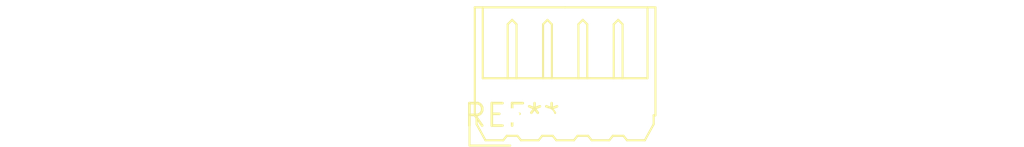
<source format=kicad_pcb>
(kicad_pcb (version 20240108) (generator pcbnew)
  (layers (0 "F.Cu" signal) (31 "B.Cu" signal) (34 "B.Paste" user) (35 "F.Paste" user) (36 "B.SilkS" user "B.Silkscreen") (37 "F.SilkS" user "F.Silkscreen") (38 "B.Mask" user) (39 "F.Mask" user) (44 "Edge.Cuts" user))
  (net 0 "")
  (footprint "Molex_Micro-Latch_53254-0470_1x04_P2.00mm_Horizontal" (layer "F.Cu") (at 0 0)
    (property "Reference" "REF**")
    (property "Value" "Molex_Micro-Latch_53254-0470_1x04_P2.00mm_Horizontal")
    (fp_line (start -2.41 1.71) (end -2.41 -0.59) (layer "F.SilkS") (stroke (width 0.12)))
    (fp_line (start -2.11 -6.11) (end 3 -6.11) (layer "F.SilkS") (stroke (width 0.12)))
    (fp_line (start -2.11 0) (end -2.11 -6.11) (layer "F.SilkS") (stroke (width 0.12)))
    (fp_line (start -2.01 0) (end -2.11 0) (layer "F.SilkS") (stroke (width 0.12)))
    (fp_line (start -2.01 0.5) (end -2.01 0) (layer "F.SilkS") (stroke (width 0.12)))
    (fp_line (start -1.66 -6.11) (end -1.66 -2.1) (layer "F.SilkS") (stroke (width 0.12)))
    (fp_line (start -1.66 -2.1) (end 7.66 -2.1) (layer "F.SilkS") (stroke (width 0.12)))
    (fp_line (start -1.51 1.41) (end -2.01 0.5) (layer "F.SilkS") (stroke (width 0.12)))
    (fp_line (start -0.5 1.41) (end -1.51 1.41) (layer "F.SilkS") (stroke (width 0.12)))
    (fp_line (start -0.3 1.16) (end -0.5 1.41) (layer "F.SilkS") (stroke (width 0.12)))
    (fp_line (start -0.3 1.16) (end 0.3 1.16) (layer "F.SilkS") (stroke (width 0.12)))
    (fp_line (start -0.25 -5.15) (end 0 -5.4) (layer "F.SilkS") (stroke (width 0.12)))
    (fp_line (start -0.25 -2.1) (end -0.25 -5.15) (layer "F.SilkS") (stroke (width 0.12)))
    (fp_line (start -0.11 1.71) (end -2.41 1.71) (layer "F.SilkS") (stroke (width 0.12)))
    (fp_line (start 0 -5.4) (end 0.25 -5.15) (layer "F.SilkS") (stroke (width 0.12)))
    (fp_line (start 0.25 -5.15) (end 0.25 -2.1) (layer "F.SilkS") (stroke (width 0.12)))
    (fp_line (start 0.3 1.16) (end 0.5 1.41) (layer "F.SilkS") (stroke (width 0.12)))
    (fp_line (start 0.5 1.41) (end 1.5 1.41) (layer "F.SilkS") (stroke (width 0.12)))
    (fp_line (start 1.5 1.41) (end 1.7 1.16) (layer "F.SilkS") (stroke (width 0.12)))
    (fp_line (start 1.7 1.16) (end 2.3 1.16) (layer "F.SilkS") (stroke (width 0.12)))
    (fp_line (start 1.75 -5.15) (end 2 -5.4) (layer "F.SilkS") (stroke (width 0.12)))
    (fp_line (start 1.75 -2.1) (end 1.75 -5.15) (layer "F.SilkS") (stroke (width 0.12)))
    (fp_line (start 2 -5.4) (end 2.25 -5.15) (layer "F.SilkS") (stroke (width 0.12)))
    (fp_line (start 2.25 -5.15) (end 2.25 -2.1) (layer "F.SilkS") (stroke (width 0.12)))
    (fp_line (start 2.3 1.16) (end 2.5 1.41) (layer "F.SilkS") (stroke (width 0.12)))
    (fp_line (start 2.5 1.41) (end 3.5 1.41) (layer "F.SilkS") (stroke (width 0.12)))
    (fp_line (start 3.5 1.41) (end 3.7 1.16) (layer "F.SilkS") (stroke (width 0.12)))
    (fp_line (start 3.7 1.16) (end 4.3 1.16) (layer "F.SilkS") (stroke (width 0.12)))
    (fp_line (start 3.75 -5.15) (end 4 -5.4) (layer "F.SilkS") (stroke (width 0.12)))
    (fp_line (start 3.75 -2.1) (end 3.75 -5.15) (layer "F.SilkS") (stroke (width 0.12)))
    (fp_line (start 4 -5.4) (end 4.25 -5.15) (layer "F.SilkS") (stroke (width 0.12)))
    (fp_line (start 4.25 -5.15) (end 4.25 -2.1) (layer "F.SilkS") (stroke (width 0.12)))
    (fp_line (start 4.3 1.16) (end 4.5 1.41) (layer "F.SilkS") (stroke (width 0.12)))
    (fp_line (start 4.5 1.41) (end 5.5 1.41) (layer "F.SilkS") (stroke (width 0.12)))
    (fp_line (start 5.5 1.41) (end 5.7 1.16) (layer "F.SilkS") (stroke (width 0.12)))
    (fp_line (start 5.7 1.16) (end 6.3 1.16) (layer "F.SilkS") (stroke (width 0.12)))
    (fp_line (start 5.75 -5.15) (end 6 -5.4) (layer "F.SilkS") (stroke (width 0.12)))
    (fp_line (start 5.75 -2.1) (end 5.75 -5.15) (layer "F.SilkS") (stroke (width 0.12)))
    (fp_line (start 6 -5.4) (end 6.25 -5.15) (layer "F.SilkS") (stroke (width 0.12)))
    (fp_line (start 6.25 -5.15) (end 6.25 -2.1) (layer "F.SilkS") (stroke (width 0.12)))
    (fp_line (start 6.3 1.16) (end 6.5 1.41) (layer "F.SilkS") (stroke (width 0.12)))
    (fp_line (start 6.5 1.41) (end 7.51 1.41) (layer "F.SilkS") (stroke (width 0.12)))
    (fp_line (start 7.51 1.41) (end 8.01 0.5) (layer "F.SilkS") (stroke (width 0.12)))
    (fp_line (start 7.66 -2.1) (end 7.66 -6.11) (layer "F.SilkS") (stroke (width 0.12)))
    (fp_line (start 8.01 0) (end 8.11 0) (layer "F.SilkS") (stroke (width 0.12)))
    (fp_line (start 8.01 0.5) (end 8.01 0) (layer "F.SilkS") (stroke (width 0.12)))
    (fp_line (start 8.11 -6.11) (end 3 -6.11) (layer "F.SilkS") (stroke (width 0.12)))
    (fp_line (start 8.11 0) (end 8.11 -6.11) (layer "F.SilkS") (stroke (width 0.12)))
    (pad "1" thru_hole roundrect (at 0 0) (size 1.2 1.8) (drill 0.8) (layers *.Cu *.Mask) (remove_unused_layers) (roundrect_rratio 0.208333))
    (pad "2" thru_hole oval (at 2 0) (size 1.2 1.8) (drill 0.8) (layers *.Cu *.Mask) (remove_unused_layers))
    (pad "3" thru_hole oval (at 4 0) (size 1.2 1.8) (drill 0.8) (layers *.Cu *.Mask) (remove_unused_layers))
    (pad "4" thru_hole oval (at 6 0) (size 1.2 1.8) (drill 0.8) (layers *.Cu *.Mask) (remove_unused_layers))
  )
)
</source>
